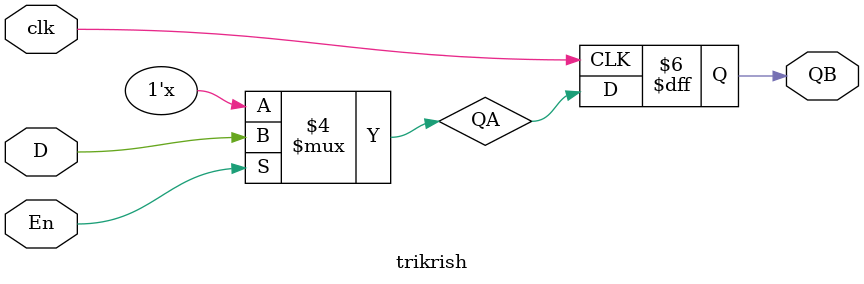
<source format=v>
module trikrish (En,D, clk, QB);
input clk,En,D;
output QB;
reg QA,QB;
always@(En or D)
if(En) QA = D;
else QA = 1'bZ;

always@ (posedge clk)
QB = QA;

endmodule

</source>
